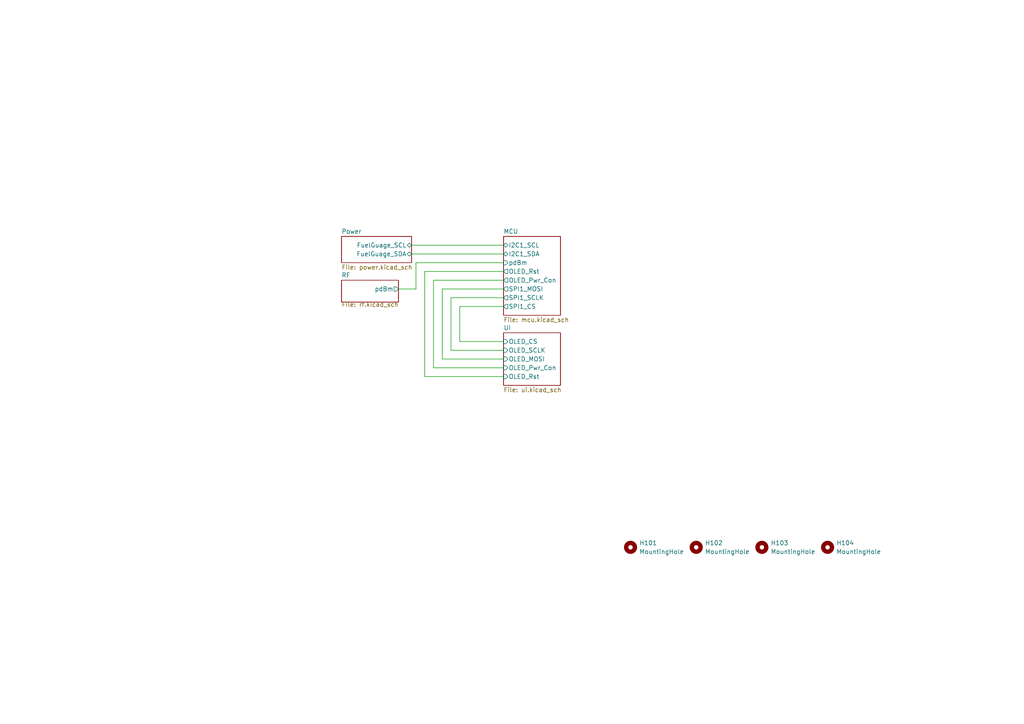
<source format=kicad_sch>
(kicad_sch (version 20250114) (generator "eeschema") (generator_version "9.0")
  (paper "A4")
  (title_block (title "sniffRF_900MHz") (date "2025-11-02") (rev "0") (company "Karthik Raj"))
  (lib_symbols
    (symbol "Mechanical:MountingHole" (pin_names (offset 1.016)) (in_bom no)
      (property "Reference" "H" (at 0 5.08 0))
      (property "Value" "MountingHole" (at 0 3.175 0))
      (symbol "MountingHole_0_1"
        (circle (center 0 0) (radius 1.27) (stroke (width 1.27)))
      )
    )
  )
  (wire (pts (xy 125.73 81.28) (xy 125.73 106.68)))
  (wire (pts (xy 125.73 106.68) (xy 146.05 106.68)))
  (wire (pts (xy 146.05 81.28) (xy 125.73 81.28)))
  (wire (pts (xy 119.38 71.12) (xy 146.05 71.12)))
  (wire (pts (xy 115.57 83.82) (xy 120.65 83.82)))
  (wire (pts (xy 128.27 83.82) (xy 146.05 83.82)))
  (wire (pts (xy 128.27 104.14) (xy 128.27 83.82)))
  (wire (pts (xy 146.05 104.14) (xy 128.27 104.14)))
  (wire (pts (xy 119.38 73.66) (xy 146.05 73.66)))
  (wire (pts (xy 130.81 101.6) (xy 130.81 86.36)))
  (wire (pts (xy 130.81 86.36) (xy 146.05 86.36)))
  (wire (pts (xy 120.65 83.82) (xy 120.65 76.2)))
  (wire (pts (xy 133.35 88.9) (xy 146.05 88.9)))
  (wire (pts (xy 123.19 78.74) (xy 146.05 78.74)))
  (wire (pts (xy 146.05 109.22) (xy 123.19 109.22)))
  (wire (pts (xy 123.19 109.22) (xy 123.19 78.74)))
  (wire (pts (xy 120.65 76.2) (xy 146.05 76.2)))
  (wire (pts (xy 133.35 99.06) (xy 146.05 99.06)))
  (wire (pts (xy 146.05 101.6) (xy 130.81 101.6)))
  (wire (pts (xy 133.35 88.9) (xy 133.35 99.06)))
  (symbol (lib_id "Mechanical:MountingHole") (at 201.93 158.75 0) (unit 1) (in_bom no)
    (property "Reference" "H102" (at 204.47 157.4799 0) (effects (justify left)))
    (property "Value" "MountingHole" (at 204.47 160.0199 0) (effects (justify left)))
    (property "Footprint" "ESS-KiCad-Library:MountingHole_PC104_Reinforced" (effects (hide yes)))
    (property "Description" "Mounting Hole without connection" (effects (hide yes)))
  )
  (symbol (lib_id "Mechanical:MountingHole") (at 220.98 158.75 0) (unit 1) (in_bom no)
    (property "Reference" "H103" (at 223.52 157.4799 0) (effects (justify left)))
    (property "Value" "MountingHole" (at 223.52 160.0199 0) (effects (justify left)))
    (property "Footprint" "ESS-KiCad-Library:MountingHole_PC104_Reinforced" (effects (hide yes)))
    (property "Description" "Mounting Hole without connection" (effects (hide yes)))
  )
  (symbol (lib_id "Mechanical:MountingHole") (at 182.88 158.75 0) (unit 1) (in_bom no)
    (property "Reference" "H101" (at 185.42 157.4799 0) (effects (justify left)))
    (property "Value" "MountingHole" (at 185.42 160.0199 0) (effects (justify left)))
    (property "Footprint" "ESS-KiCad-Library:MountingHole_PC104_Reinforced" (effects (hide yes)))
    (property "Description" "Mounting Hole without connection" (effects (hide yes)))
  )
  (symbol (lib_id "Mechanical:MountingHole") (at 240.03 158.75 0) (unit 1) (in_bom no)
    (property "Reference" "H104" (at 242.57 157.4799 0) (effects (justify left)))
    (property "Value" "MountingHole" (at 242.57 160.0199 0) (effects (justify left)))
    (property "Footprint" "ESS-KiCad-Library:MountingHole_PC104_Reinforced" (effects (hide yes)))
    (property "Description" "Mounting Hole without connection" (effects (hide yes)))
  )
  (sheet (at 99.06 81.28) (size 16.51 6.35) (stroke (width 0.1524))
    (property "Sheetname" "RF" (at 99.06 80.5684 0) (effects (justify left bottom)))
    (property "Sheetfile" "rf.kicad_sch" (at 99.06 87.5796 0) (effects (justify left top)))
    (pin "pdBm" output (at 115.57 83.82 0))
  )
  (sheet (at 146.05 68.58) (size 16.51 22.86) (stroke (width 0.1524))
    (property "Sheetname" "MCU" (at 146.05 67.8684 0) (effects (justify left bottom)))
    (property "Sheetfile" "mcu.kicad_sch" (at 146.05 92.0246 0) (effects (justify left top)))
    (pin "I2C1_SCL" bidirectional (at 146.05 71.12 180))
    (pin "I2C1_SDA" bidirectional (at 146.05 73.66 180))
    (pin "pdBm" input (at 146.05 76.2 180))
    (pin "SPI1_MOSI" output (at 146.05 83.82 180))
    (pin "SPI1_SCLK" output (at 146.05 86.36 180))
    (pin "SPI1_CS" output (at 146.05 88.9 180))
    (pin "OLED_Pwr_Con" output (at 146.05 81.28 180))
    (pin "OLED_Rst" output (at 146.05 78.74 180))
  )
  (sheet (at 146.05 96.52) (size 16.51 15.24) (stroke (width 0.1524))
    (property "Sheetname" "UI" (at 146.05 95.8084 0) (effects (justify left bottom)))
    (property "Sheetfile" "ui.kicad_sch" (at 146.05 112.3446 0) (effects (justify left top)))
    (pin "OLED_CS" input (at 146.05 99.06 180))
    (pin "OLED_MOSI" input (at 146.05 104.14 180))
    (pin "OLED_Pwr_Con" input (at 146.05 106.68 180))
    (pin "OLED_SCLK" input (at 146.05 101.6 180))
    (pin "OLED_Rst" input (at 146.05 109.22 180))
  )
  (sheet (at 99.06 68.58) (size 20.32 7.62) (stroke (width 0.1524))
    (property "Sheetname" "Power" (at 99.06 67.8684 0) (effects (justify left bottom)))
    (property "Sheetfile" "power.kicad_sch" (at 99.06 76.7846 0) (effects (justify left top)))
    (pin "FuelGuage_SCL" bidirectional (at 119.38 71.12 0))
    (pin "FuelGuage_SDA" bidirectional (at 119.38 73.66 0))
  )
)
</source>
